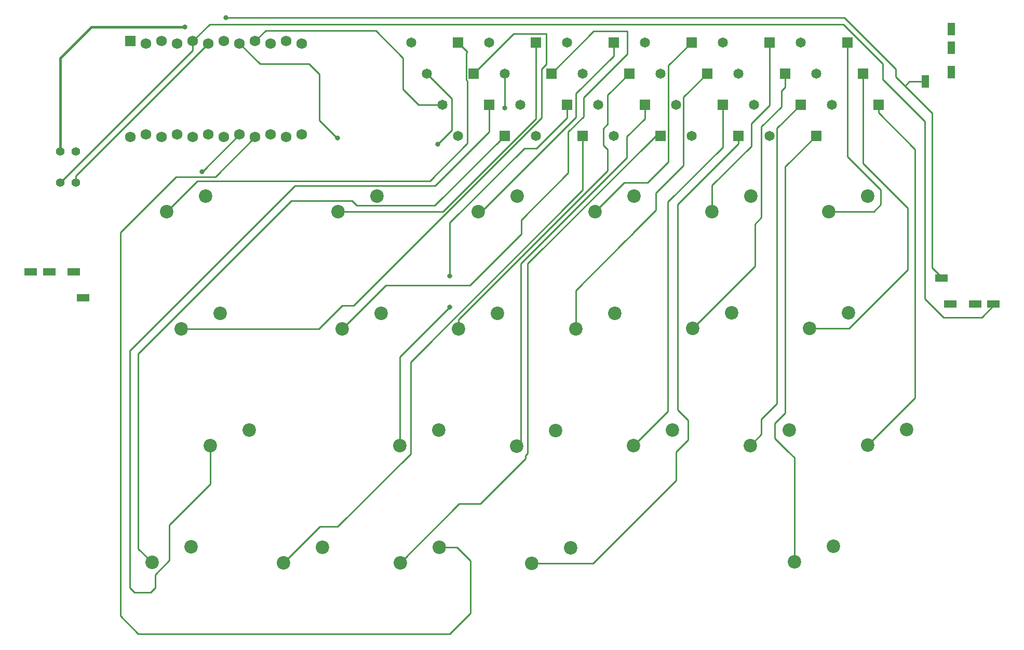
<source format=gbr>
%TF.GenerationSoftware,KiCad,Pcbnew,(7.0.0)*%
%TF.CreationDate,2023-03-07T18:29:21-05:00*%
%TF.ProjectId,LeftTEST,4c656674-5445-4535-942e-6b696361645f,rev?*%
%TF.SameCoordinates,Original*%
%TF.FileFunction,Copper,L1,Top*%
%TF.FilePolarity,Positive*%
%FSLAX46Y46*%
G04 Gerber Fmt 4.6, Leading zero omitted, Abs format (unit mm)*
G04 Created by KiCad (PCBNEW (7.0.0)) date 2023-03-07 18:29:21*
%MOMM*%
%LPD*%
G01*
G04 APERTURE LIST*
%TA.AperFunction,ComponentPad*%
%ADD10C,2.200000*%
%TD*%
%TA.AperFunction,ComponentPad*%
%ADD11C,1.651000*%
%TD*%
%TA.AperFunction,ComponentPad*%
%ADD12R,1.651000X1.651000*%
%TD*%
%TA.AperFunction,ComponentPad*%
%ADD13R,1.200000X2.100000*%
%TD*%
%TA.AperFunction,ComponentPad*%
%ADD14C,1.397000*%
%TD*%
%TA.AperFunction,ComponentPad*%
%ADD15R,2.100000X1.200000*%
%TD*%
%TA.AperFunction,ComponentPad*%
%ADD16R,1.752600X1.752600*%
%TD*%
%TA.AperFunction,ComponentPad*%
%ADD17C,1.752600*%
%TD*%
%TA.AperFunction,ViaPad*%
%ADD18C,0.800000*%
%TD*%
%TA.AperFunction,Conductor*%
%ADD19C,0.254000*%
%TD*%
%TA.AperFunction,Conductor*%
%ADD20C,0.381000*%
%TD*%
G04 APERTURE END LIST*
D10*
%TO.P,SW30,1*%
%TO.N,col1*%
X104895345Y-103921782D03*
%TO.P,SW30,2*%
%TO.N,Net-(D27-A)*%
X98545345Y-106461782D03*
%TD*%
D11*
%TO.P,D18,1*%
%TO.N,rowE*%
X168935000Y-50800000D03*
D12*
%TO.P,D18,2*%
%TO.N,Net-(D31-A)*%
X176554999Y-50799999D03*
%TD*%
D11*
%TO.P,D14,1*%
%TO.N,rowE*%
X118135000Y-50800000D03*
D12*
%TO.P,D14,2*%
%TO.N,Net-(D27-A)*%
X125754999Y-50799999D03*
%TD*%
D10*
%TO.P,SW32,1*%
%TO.N,col2*%
X142962981Y-103948147D03*
%TO.P,SW32,2*%
%TO.N,Net-(D29-A)*%
X136612981Y-106488147D03*
%TD*%
D11*
%TO.P,D17,1*%
%TO.N,rowF*%
X156235000Y-50800000D03*
D12*
%TO.P,D17,2*%
%TO.N,Net-(D30-A)*%
X163854999Y-50799999D03*
%TD*%
D11*
%TO.P,D5,1*%
%TO.N,rowA*%
X151155000Y-40640000D03*
D12*
%TO.P,D5,2*%
%TO.N,Net-(D5-A)*%
X158774999Y-40639999D03*
%TD*%
D10*
%TO.P,SW14,1*%
%TO.N,col0*%
X69207054Y-84851708D03*
%TO.P,SW14,2*%
%TO.N,Net-(D14-A)*%
X62857054Y-87391708D03*
%TD*%
%TO.P,SW34,1*%
%TO.N,col2*%
X181107927Y-103864219D03*
%TO.P,SW34,2*%
%TO.N,Net-(D31-A)*%
X174757927Y-106404219D03*
%TD*%
D13*
%TO.P,J2,4*%
%TO.N,SCL*%
X184194999Y-47002499D03*
%TO.P,J2,3*%
%TO.N,SDA*%
X188394999Y-38502499D03*
%TO.P,J2,2*%
%TO.N,GND*%
X188394999Y-41502499D03*
%TO.P,J2,1*%
%TO.N,VCC*%
X188394999Y-45502499D03*
%TD*%
D10*
%TO.P,SW4,1*%
%TO.N,col1*%
X136675018Y-65739088D03*
%TO.P,SW4,2*%
%TO.N,Net-(D4-A)*%
X130325018Y-68279088D03*
%TD*%
D11*
%TO.P,D16,1*%
%TO.N,rowE*%
X143535000Y-50800000D03*
D12*
%TO.P,D16,2*%
%TO.N,Net-(D29-A)*%
X151154999Y-50799999D03*
%TD*%
D10*
%TO.P,SW27,1*%
%TO.N,col0*%
X73949236Y-103939636D03*
%TO.P,SW27,2*%
%TO.N,Net-(D25-A)*%
X67599236Y-106479636D03*
%TD*%
D11*
%TO.P,D21,1*%
%TO.N,rowH*%
X133375000Y-55880000D03*
D12*
%TO.P,D21,2*%
%TO.N,Net-(D42-A)*%
X140994999Y-55879999D03*
%TD*%
D11*
%TO.P,D23,1*%
%TO.N,rowG*%
X158775000Y-55880000D03*
D12*
%TO.P,D23,2*%
%TO.N,Net-(D41-A)*%
X166394999Y-55879999D03*
%TD*%
D10*
%TO.P,SW6,1*%
%TO.N,col2*%
X174813382Y-65719273D03*
%TO.P,SW6,2*%
%TO.N,Net-(D6-A)*%
X168463382Y-68259273D03*
%TD*%
D11*
%TO.P,D15,1*%
%TO.N,rowF*%
X130835000Y-50800000D03*
D12*
%TO.P,D15,2*%
%TO.N,Net-(D28-A)*%
X138454999Y-50799999D03*
%TD*%
D10*
%TO.P,SW33,1*%
%TO.N,col2*%
X162012072Y-103906183D03*
%TO.P,SW33,2*%
%TO.N,Net-(D30-A)*%
X155662072Y-106446183D03*
%TD*%
%TO.P,SW17,1*%
%TO.N,col1*%
X114463054Y-84896689D03*
%TO.P,SW17,2*%
%TO.N,Net-(D16-A)*%
X108113054Y-87436689D03*
%TD*%
%TO.P,SW2,1*%
%TO.N,col0*%
X94780000Y-65740000D03*
%TO.P,SW2,2*%
%TO.N,Net-(D2-A)*%
X88430000Y-68280000D03*
%TD*%
%TO.P,SW1,1*%
%TO.N,col0*%
X66840000Y-65740000D03*
%TO.P,SW1,2*%
%TO.N,Net-(D1-A)*%
X60490000Y-68280000D03*
%TD*%
D11*
%TO.P,D4,1*%
%TO.N,rowB*%
X138455000Y-40640000D03*
D12*
%TO.P,D4,2*%
%TO.N,Net-(D4-A)*%
X146074999Y-40639999D03*
%TD*%
D10*
%TO.P,SW45,1*%
%TO.N,col1*%
X126345347Y-123093781D03*
%TO.P,SW45,2*%
%TO.N,Net-(D40-A)*%
X119995347Y-125633781D03*
%TD*%
%TO.P,SW19,1*%
%TO.N,col2*%
X152614617Y-84812728D03*
%TO.P,SW19,2*%
%TO.N,Net-(D18-A)*%
X146264617Y-87352728D03*
%TD*%
%TO.P,SW41,1*%
%TO.N,col2*%
X104932509Y-123053601D03*
%TO.P,SW41,2*%
%TO.N,Net-(D42-A)*%
X98582509Y-125593601D03*
%TD*%
%TO.P,SW43,1*%
%TO.N,col0*%
X64445381Y-122999055D03*
%TO.P,SW43,2*%
%TO.N,Net-(D38-A)*%
X58095381Y-125539055D03*
%TD*%
D14*
%TO.P,R1,1*%
%TO.N,VCC*%
X43180000Y-58420000D03*
%TO.P,R1,2*%
%TO.N,SDA*%
X43180000Y-63500000D03*
%TD*%
D11*
%TO.P,D13,1*%
%TO.N,rowE*%
X105435000Y-50800000D03*
D12*
%TO.P,D13,2*%
%TO.N,Net-(D25-A)*%
X113054999Y-50799999D03*
%TD*%
D11*
%TO.P,D20,1*%
%TO.N,rowH*%
X120675000Y-55880000D03*
D12*
%TO.P,D20,2*%
%TO.N,Net-(D39-A)*%
X128294999Y-55879999D03*
%TD*%
D11*
%TO.P,D8D,1*%
%TO.N,rowD*%
X115595000Y-45720000D03*
D12*
%TO.P,D8D,2*%
%TO.N,Net-(D15-A)*%
X123214999Y-45719999D03*
%TD*%
D11*
%TO.P,D9,1*%
%TO.N,rowC*%
X128295000Y-45720000D03*
D12*
%TO.P,D9,2*%
%TO.N,Net-(D16-A)*%
X135914999Y-45719999D03*
%TD*%
D11*
%TO.P,D19,1*%
%TO.N,rowG*%
X107975000Y-55880000D03*
D12*
%TO.P,D19,2*%
%TO.N,Net-(D38-A)*%
X115594999Y-55879999D03*
%TD*%
D11*
%TO.P,D10,1*%
%TO.N,rowD*%
X140995000Y-45720000D03*
D12*
%TO.P,D10,2*%
%TO.N,Net-(D17-A)*%
X148614999Y-45719999D03*
%TD*%
D11*
%TO.P,D1,1*%
%TO.N,rowA*%
X100355000Y-40640000D03*
D12*
%TO.P,D1,2*%
%TO.N,Net-(D1-A)*%
X107974999Y-40639999D03*
%TD*%
D11*
%TO.P,D2,1*%
%TO.N,rowB*%
X113055000Y-40640000D03*
D12*
%TO.P,D2,2*%
%TO.N,Net-(D2-A)*%
X120674999Y-40639999D03*
%TD*%
D11*
%TO.P,D12,1*%
%TO.N,rowD*%
X166395000Y-45720000D03*
D12*
%TO.P,D12,2*%
%TO.N,Net-(D19-A)*%
X174014999Y-45719999D03*
%TD*%
D11*
%TO.P,D11,1*%
%TO.N,rowC*%
X153695000Y-45720000D03*
D12*
%TO.P,D11,2*%
%TO.N,Net-(D18-A)*%
X161314999Y-45719999D03*
%TD*%
D11*
%TO.P,D6,1*%
%TO.N,rowB*%
X163855000Y-40640000D03*
D12*
%TO.P,D6,2*%
%TO.N,Net-(D6-A)*%
X171474999Y-40639999D03*
%TD*%
D10*
%TO.P,SW5,1*%
%TO.N,col2*%
X155747491Y-65739088D03*
%TO.P,SW5,2*%
%TO.N,Net-(D5-A)*%
X149397491Y-68279088D03*
%TD*%
%TO.P,SW31,1*%
%TO.N,col1*%
X123934254Y-103962546D03*
%TO.P,SW31,2*%
%TO.N,Net-(D28-A)*%
X117584254Y-106502546D03*
%TD*%
D11*
%TO.P,D7,1*%
%TO.N,rowC*%
X102895000Y-45720000D03*
D12*
%TO.P,D7,2*%
%TO.N,Net-(D14-A)*%
X110514999Y-45719999D03*
%TD*%
D11*
%TO.P,D22,1*%
%TO.N,rowG*%
X146075000Y-55880000D03*
D12*
%TO.P,D22,2*%
%TO.N,Net-(D40-A)*%
X153694999Y-55879999D03*
%TD*%
D10*
%TO.P,SW46,1*%
%TO.N,col2*%
X169190254Y-122889456D03*
%TO.P,SW46,2*%
%TO.N,Net-(D41-A)*%
X162840254Y-125429456D03*
%TD*%
%TO.P,SW20,1*%
%TO.N,col2*%
X171666109Y-84812728D03*
%TO.P,SW20,2*%
%TO.N,Net-(D19-A)*%
X165316109Y-87352728D03*
%TD*%
D15*
%TO.P,J2,1*%
%TO.N,VCC*%
X188278957Y-83321981D03*
%TO.P,J2,2*%
%TO.N,GND*%
X192278957Y-83321981D03*
%TO.P,J2,3*%
%TO.N,SDA*%
X195278957Y-83321981D03*
%TO.P,J2,4*%
%TO.N,SCL*%
X186778957Y-79121981D03*
%TD*%
D10*
%TO.P,SW44,1*%
%TO.N,col0*%
X85888800Y-123041019D03*
%TO.P,SW44,2*%
%TO.N,Net-(D39-A)*%
X79538800Y-125581019D03*
%TD*%
%TO.P,SW3,1*%
%TO.N,col1*%
X117640000Y-65740000D03*
%TO.P,SW3,2*%
%TO.N,Net-(D3-A)*%
X111290000Y-68280000D03*
%TD*%
%TO.P,SW18,1*%
%TO.N,col1*%
X133521162Y-84854691D03*
%TO.P,SW18,2*%
%TO.N,Net-(D17-A)*%
X127171162Y-87394691D03*
%TD*%
%TO.P,SW16,1*%
%TO.N,col0*%
X95431345Y-84848725D03*
%TO.P,SW16,2*%
%TO.N,Net-(D15-A)*%
X89081345Y-87388725D03*
%TD*%
D11*
%TO.P,D3,1*%
%TO.N,rowA*%
X125755000Y-40640000D03*
D12*
%TO.P,D3,2*%
%TO.N,Net-(D3-A)*%
X133374999Y-40639999D03*
%TD*%
D15*
%TO.P,J2,1*%
%TO.N,VCC*%
X45343024Y-78091713D03*
%TO.P,J2,2*%
%TO.N,GND*%
X41343024Y-78091713D03*
%TO.P,J2,3*%
%TO.N,SDA*%
X38343024Y-78091713D03*
%TO.P,J2,4*%
%TO.N,SCL*%
X46843024Y-82291713D03*
%TD*%
D14*
%TO.P,R2,1*%
%TO.N,VCC*%
X45720000Y-58420000D03*
%TO.P,R2,2*%
%TO.N,SCL*%
X45720000Y-63500000D03*
%TD*%
D16*
%TO.P,U1,1*%
%TO.N,N/C*%
X54609999Y-40411399D03*
D17*
%TO.P,U1,2*%
X57150000Y-40868600D03*
%TO.P,U1,3*%
%TO.N,GND*%
X59690000Y-40411400D03*
%TO.P,U1,4*%
X62230000Y-40868600D03*
%TO.P,U1,5*%
%TO.N,SDA*%
X64770000Y-40411400D03*
%TO.P,U1,6*%
%TO.N,SCL*%
X67310000Y-40868600D03*
%TO.P,U1,7*%
%TO.N,rowC*%
X69850000Y-40411400D03*
%TO.P,U1,8*%
%TO.N,rowD*%
X72390000Y-40868600D03*
%TO.P,U1,9*%
%TO.N,rowE*%
X74930000Y-40411400D03*
%TO.P,U1,10*%
%TO.N,rowF*%
X77470000Y-40868600D03*
%TO.P,U1,11*%
%TO.N,rowA*%
X80010000Y-40411400D03*
%TO.P,U1,12*%
%TO.N,rowB*%
X82550000Y-40868600D03*
%TO.P,U1,13*%
%TO.N,N/C*%
X82550000Y-55651400D03*
%TO.P,U1,14*%
X80010000Y-56108600D03*
%TO.P,U1,15*%
%TO.N,col3*%
X77470000Y-55651400D03*
%TO.P,U1,16*%
%TO.N,col2*%
X74930000Y-56108600D03*
%TO.P,U1,17*%
%TO.N,col1*%
X72390000Y-55651400D03*
%TO.P,U1,18*%
%TO.N,col0*%
X69850000Y-56108600D03*
%TO.P,U1,19*%
%TO.N,rowG*%
X67310000Y-55651400D03*
%TO.P,U1,20*%
%TO.N,rowH*%
X64770000Y-56108600D03*
%TO.P,U1,21*%
%TO.N,VCC*%
X62230000Y-55651400D03*
%TO.P,U1,22*%
%TO.N,N/C*%
X59690000Y-56108600D03*
%TO.P,U1,23*%
%TO.N,GND*%
X57150000Y-55651400D03*
%TO.P,U1,24*%
%TO.N,N/C*%
X54610000Y-56108600D03*
%TD*%
D18*
%TO.N,VCC*%
X63500000Y-38100000D03*
%TO.N,SCL*%
X70148613Y-36642919D03*
%TO.N,col1*%
X66217374Y-61741960D03*
%TO.N,Net-(D27-A)*%
X106680000Y-78740000D03*
X106680000Y-83820000D03*
%TO.N,rowD*%
X115595000Y-51373266D03*
X88362335Y-56257498D03*
%TO.N,rowC*%
X104666674Y-57282137D03*
%TD*%
D19*
%TO.N,SDA*%
X193399063Y-85560937D02*
X195580000Y-83380000D01*
X187142588Y-85560937D02*
X193399063Y-85560937D01*
X184093513Y-82511862D02*
X187142588Y-85560937D01*
X177246409Y-46681019D02*
X184093513Y-53528123D01*
X177240967Y-46274399D02*
X177246409Y-46279841D01*
X170825364Y-37685364D02*
X177240967Y-44100967D01*
X67496036Y-37685364D02*
X170825364Y-37685364D01*
X177240967Y-44100967D02*
X177240967Y-46274399D01*
X177246409Y-46279841D02*
X177246409Y-46681019D01*
X184093513Y-53528123D02*
X184093513Y-82511862D01*
X64770000Y-40411400D02*
X67496036Y-37685364D01*
%TO.N,SCL*%
X185280000Y-77380000D02*
X187080000Y-79180000D01*
X185280000Y-52174610D02*
X185280000Y-77380000D01*
X180852695Y-47747305D02*
X185280000Y-52174610D01*
X181597500Y-47002500D02*
X180852695Y-47747305D01*
X184195000Y-47002500D02*
X181597500Y-47002500D01*
X179380605Y-46275215D02*
X180852695Y-47747305D01*
X179380605Y-44944793D02*
X179380605Y-46275215D01*
X171025121Y-36589309D02*
X179380605Y-44944793D01*
X70202223Y-36589309D02*
X171025121Y-36589309D01*
X70148613Y-36642919D02*
X70202223Y-36589309D01*
D20*
%TO.N,VCC*%
X43180000Y-43180000D02*
X43180000Y-58420000D01*
X48260000Y-38100000D02*
X43180000Y-43180000D01*
X63500000Y-38100000D02*
X48260000Y-38100000D01*
D19*
%TO.N,SCL*%
X45720000Y-63500000D02*
X45720000Y-62458600D01*
X45720000Y-62458600D02*
X67310000Y-40868600D01*
%TO.N,SDA*%
X64770000Y-41910000D02*
X43180000Y-63500000D01*
X64770000Y-40411400D02*
X64770000Y-41910000D01*
%TO.N,col2*%
X104932509Y-123053601D02*
X107813601Y-123053601D01*
X68452475Y-62586125D02*
X74930000Y-56108600D01*
X106680000Y-137160000D02*
X55880000Y-137160000D01*
X55880000Y-137160000D02*
X52953961Y-134233961D01*
X61988416Y-62586125D02*
X68452475Y-62586125D01*
X110003321Y-133836679D02*
X106680000Y-137160000D01*
X52953961Y-71620580D02*
X61988416Y-62586125D01*
X107813601Y-123053601D02*
X110003321Y-125243321D01*
X52953961Y-134233961D02*
X52953961Y-71620580D01*
X110003321Y-125243321D02*
X110003321Y-133836679D01*
%TO.N,Net-(D42-A)*%
X119013254Y-108609583D02*
X111646109Y-115976728D01*
X140242132Y-55880000D02*
X119380000Y-76742132D01*
X140995000Y-55880000D02*
X140242132Y-55880000D01*
X119380000Y-76742132D02*
X119380000Y-107689558D01*
X111646109Y-115976728D02*
X108199382Y-115976728D01*
X108199382Y-115976728D02*
X98582509Y-125593601D01*
X119013254Y-108056304D02*
X119013254Y-108609583D01*
X119380000Y-107689558D02*
X119013254Y-108056304D01*
%TO.N,Net-(D25-A)*%
X67599236Y-106479636D02*
X67599236Y-112740764D01*
X104277667Y-64004386D02*
X113055000Y-55227053D01*
X57833448Y-130406309D02*
X55246210Y-130406309D01*
X58610036Y-127531538D02*
X58610036Y-129629721D01*
X55246210Y-130406309D02*
X54476488Y-129636586D01*
X58610036Y-129629721D02*
X57833448Y-130406309D01*
X67599236Y-112740764D02*
X60960000Y-119380000D01*
X60960000Y-125181574D02*
X58610036Y-127531538D01*
X113055000Y-55227053D02*
X113055000Y-50800000D01*
X54476488Y-129636586D02*
X54476488Y-90971947D01*
X60960000Y-119380000D02*
X60960000Y-125181574D01*
X54476488Y-90971947D02*
X81444049Y-64004386D01*
X81444049Y-64004386D02*
X104277667Y-64004386D01*
%TO.N,Net-(D41-A)*%
X159632316Y-102834739D02*
X159632316Y-105263007D01*
X162840254Y-108442969D02*
X162840254Y-125429456D01*
X161362836Y-60912164D02*
X161362836Y-101104219D01*
X159632316Y-105263007D02*
X161726521Y-107357212D01*
X161726521Y-107357212D02*
X161754497Y-107357212D01*
X161362836Y-101104219D02*
X159632316Y-102834739D01*
X166395000Y-55880000D02*
X161362836Y-60912164D01*
X161754497Y-107357212D02*
X162840254Y-108442969D01*
%TO.N,Net-(D14-A)*%
X122406925Y-39197482D02*
X117037518Y-39197482D01*
X117037518Y-39197482D02*
X110515000Y-45720000D01*
X90984842Y-83617768D02*
X121654387Y-52948223D01*
X62857054Y-87391708D02*
X85328292Y-87391708D01*
X89102232Y-83617768D02*
X90984842Y-83617768D01*
X121654387Y-52948223D02*
X121654387Y-44975613D01*
X122406925Y-44223075D02*
X122406925Y-39197482D01*
X121654387Y-44975613D02*
X122406925Y-44223075D01*
X85328292Y-87391708D02*
X89102232Y-83617768D01*
%TO.N,Net-(D1-A)*%
X65520960Y-63249040D02*
X60490000Y-68280000D01*
X107975000Y-40640000D02*
X109508093Y-42173093D01*
X109308500Y-42372686D02*
X109308500Y-46726907D01*
X103378460Y-63249040D02*
X65520960Y-63249040D01*
X109508093Y-57119407D02*
X103378460Y-63249040D01*
X109508093Y-46926500D02*
X109508093Y-57119407D01*
X109508093Y-42173093D02*
X109308500Y-42372686D01*
X109308500Y-46726907D02*
X109508093Y-46926500D01*
%TO.N,Net-(D38-A)*%
X115595000Y-55880000D02*
X104221740Y-67253260D01*
X80800294Y-66518538D02*
X55880000Y-91438832D01*
X104221740Y-67253260D02*
X91456357Y-67253260D01*
X55880000Y-123323674D02*
X58095381Y-125539055D01*
X90721635Y-66518538D02*
X80800294Y-66518538D01*
X55880000Y-91438832D02*
X55880000Y-123323674D01*
X91456357Y-67253260D02*
X90721635Y-66518538D01*
%TO.N,col1*%
X66299440Y-61741960D02*
X72390000Y-55651400D01*
X66217374Y-61741960D02*
X66299440Y-61741960D01*
%TO.N,Net-(D40-A)*%
X143767617Y-100587617D02*
X145504558Y-102324558D01*
X143518279Y-107478714D02*
X143518279Y-112094714D01*
X153695000Y-55880000D02*
X153695000Y-57175157D01*
X145504558Y-102324558D02*
X145504558Y-105492435D01*
X143518279Y-112094714D02*
X129979212Y-125633781D01*
X129979212Y-125633781D02*
X119995347Y-125633781D01*
X143767617Y-67102540D02*
X143767617Y-100587617D01*
X145504558Y-105492435D02*
X143518279Y-107478714D01*
X153695000Y-57175157D02*
X143767617Y-67102540D01*
%TO.N,Net-(D16-A)*%
X132414226Y-61581749D02*
X108113054Y-85882921D01*
X131722237Y-57431091D02*
X132414226Y-58123080D01*
X132414226Y-53994214D02*
X131722237Y-54686203D01*
X131722237Y-54686203D02*
X131722237Y-57431091D01*
X132414226Y-58123080D02*
X132414226Y-61581749D01*
X132414226Y-49220774D02*
X132414226Y-53994214D01*
X135915000Y-45720000D02*
X132414226Y-49220774D01*
X108113054Y-85882921D02*
X108113054Y-87436689D01*
%TO.N,Net-(D17-A)*%
X135119604Y-73196088D02*
X135083912Y-73196088D01*
X136512018Y-71767982D02*
X136512018Y-71803674D01*
X135083912Y-73196088D02*
X127171162Y-81108838D01*
X148615000Y-45720000D02*
X144780000Y-49555000D01*
X144780000Y-49555000D02*
X144780000Y-60752580D01*
X140289890Y-67990110D02*
X136512018Y-71767982D01*
X136512018Y-71803674D02*
X135119604Y-73196088D01*
X127171162Y-81108838D02*
X127171162Y-87394691D01*
X144780000Y-60752580D02*
X140289890Y-65242690D01*
X140289890Y-65242690D02*
X140289890Y-67990110D01*
%TO.N,Net-(D18-A)*%
X156415104Y-77202241D02*
X146264617Y-87352728D01*
X160747369Y-51129915D02*
X157480000Y-54397284D01*
X161315000Y-45720000D02*
X161315000Y-47991934D01*
X161315000Y-47991934D02*
X160747369Y-48559565D01*
X156415104Y-70289387D02*
X156415104Y-77202241D01*
X160747369Y-48559565D02*
X160747369Y-51129915D01*
X157480000Y-69224491D02*
X156415104Y-70289387D01*
X157480000Y-54397284D02*
X157480000Y-69224491D01*
%TO.N,Net-(D19-A)*%
X181296969Y-77783031D02*
X171727272Y-87352728D01*
X174015000Y-60406917D02*
X181303000Y-67694917D01*
X181303000Y-67694917D02*
X181303000Y-76736102D01*
X181303000Y-76736102D02*
X181296969Y-76742133D01*
X174015000Y-45720000D02*
X174015000Y-60406917D01*
X181296969Y-76742133D02*
X181296969Y-77783031D01*
X171727272Y-87352728D02*
X165316109Y-87352728D01*
%TO.N,Net-(D3-A)*%
X111770470Y-68280000D02*
X111290000Y-68280000D01*
X133375000Y-40640000D02*
X133375000Y-42833253D01*
X127207596Y-49000657D02*
X127207596Y-52842874D01*
X133375000Y-42833253D02*
X127207596Y-49000657D01*
X127207596Y-52842874D02*
X111770470Y-68280000D01*
%TO.N,Net-(D4-A)*%
X142319423Y-60110577D02*
X138920401Y-63509599D01*
X146075000Y-40640000D02*
X142319423Y-44395577D01*
X135094507Y-63509599D02*
X130325018Y-68279088D01*
X142319423Y-44395577D02*
X142319423Y-60110577D01*
X138920401Y-63509599D02*
X135094507Y-63509599D01*
%TO.N,Net-(D5-A)*%
X158775000Y-40640000D02*
X158775000Y-50920175D01*
X155795660Y-57564340D02*
X149397491Y-63962509D01*
X149397491Y-63962509D02*
X149397491Y-68279088D01*
X155795660Y-53899515D02*
X155795660Y-57564340D01*
X158775000Y-50920175D02*
X155795660Y-53899515D01*
%TO.N,Net-(D28-A)*%
X118230054Y-105856746D02*
X117584254Y-106502546D01*
X138455000Y-53090696D02*
X135510424Y-56035272D01*
X135510424Y-59492678D02*
X118230054Y-76773048D01*
X138455000Y-50800000D02*
X138455000Y-53090696D01*
X135510424Y-56035272D02*
X135510424Y-59492678D01*
X118230054Y-76773048D02*
X118230054Y-105856746D01*
%TO.N,Net-(D29-A)*%
X142240000Y-100861128D02*
X136612981Y-106488147D01*
X142240000Y-66682052D02*
X142240000Y-100861128D01*
X151155000Y-57767052D02*
X142240000Y-66682052D01*
X151155000Y-50800000D02*
X151155000Y-57767052D01*
%TO.N,Net-(D30-A)*%
X160002658Y-54652342D02*
X160002658Y-99582939D01*
X157480000Y-102105597D02*
X157480000Y-104628255D01*
X160002658Y-99582939D02*
X157480000Y-102105597D01*
X157480000Y-104628255D02*
X155662072Y-106446183D01*
X163855000Y-50800000D02*
X160002658Y-54652342D01*
%TO.N,Net-(D31-A)*%
X182534927Y-58074927D02*
X182534927Y-98627219D01*
X176555000Y-52095000D02*
X182534927Y-58074927D01*
X182534927Y-98627219D02*
X174757927Y-106404219D01*
X176555000Y-50800000D02*
X176555000Y-52095000D01*
%TO.N,Net-(D27-A)*%
X125755000Y-50800000D02*
X125755000Y-52980609D01*
X125755000Y-52980609D02*
X120801963Y-57933646D01*
X98545345Y-91954655D02*
X98545345Y-106461782D01*
X118787709Y-57933646D02*
X106680000Y-70041355D01*
X106680000Y-83820000D02*
X98545345Y-91954655D01*
X106680000Y-70041355D02*
X106680000Y-78740000D01*
X120801963Y-57933646D02*
X118787709Y-57933646D01*
%TO.N,Net-(D6-A)*%
X176938545Y-64748965D02*
X176938545Y-67092485D01*
X175771757Y-68259273D02*
X168463382Y-68259273D01*
X171475000Y-59285420D02*
X176938545Y-64748965D01*
X176938545Y-67092485D02*
X175771757Y-68259273D01*
X171475000Y-40640000D02*
X171475000Y-59285420D01*
%TO.N,Net-(D39-A)*%
X100249140Y-92790860D02*
X100249140Y-107768884D01*
X85483183Y-119636636D02*
X79538800Y-125581019D01*
X128295000Y-55880000D02*
X128295000Y-64745000D01*
X88381388Y-119636636D02*
X85483183Y-119636636D01*
X100249140Y-107768884D02*
X88381388Y-119636636D01*
X128295000Y-64745000D02*
X100249140Y-92790860D01*
%TO.N,Net-(D2-A)*%
X105523934Y-68280000D02*
X88430000Y-68280000D01*
X120675000Y-53105000D02*
X107740000Y-66040000D01*
X107740000Y-66063934D02*
X105523934Y-68280000D01*
X120675000Y-40640000D02*
X120675000Y-53105000D01*
X107740000Y-66040000D02*
X107740000Y-66063934D01*
%TO.N,Net-(D15-A)*%
X130106929Y-38828071D02*
X135598483Y-38828071D01*
X125977479Y-55263352D02*
X125977479Y-61937162D01*
X128454739Y-52786092D02*
X125977479Y-55263352D01*
X135598483Y-38828071D02*
X135598483Y-42537225D01*
X123215000Y-45720000D02*
X130106929Y-38828071D01*
X118301801Y-69612840D02*
X118301801Y-71906852D01*
X135598483Y-42537225D02*
X128454739Y-49680969D01*
X118301801Y-71906852D02*
X109931440Y-80277213D01*
X128454739Y-49680969D02*
X128454739Y-52786092D01*
X96192857Y-80277213D02*
X89081345Y-87388725D01*
X125977479Y-61937162D02*
X118301801Y-69612840D01*
X109931440Y-80277213D02*
X96192857Y-80277213D01*
%TO.N,rowE*%
X74930000Y-40411400D02*
X76626720Y-38714680D01*
X101600000Y-50800000D02*
X105435000Y-50800000D01*
X94594680Y-38714680D02*
X99060000Y-43180000D01*
X76626720Y-38714680D02*
X94594680Y-38714680D01*
X99060000Y-48260000D02*
X101600000Y-50800000D01*
X99060000Y-43180000D02*
X99060000Y-48260000D01*
%TO.N,rowD*%
X88290430Y-56257498D02*
X88362335Y-56257498D01*
X72390000Y-40868600D02*
X75696327Y-44174927D01*
X88362335Y-56257498D02*
X88362335Y-56329403D01*
X85389161Y-45833224D02*
X85389161Y-53356229D01*
X75696327Y-44174927D02*
X83730864Y-44174927D01*
X85389161Y-53356229D02*
X88290430Y-56257498D01*
X115595000Y-51373266D02*
X115595000Y-45720000D01*
X83730864Y-44174927D02*
X85389161Y-45833224D01*
X88362335Y-56329403D02*
X88283188Y-56250256D01*
%TO.N,rowC*%
X106992835Y-49817835D02*
X102895000Y-45720000D01*
X104666674Y-57282137D02*
X106992835Y-54955976D01*
X106992835Y-54955976D02*
X106992835Y-49817835D01*
%TD*%
M02*

</source>
